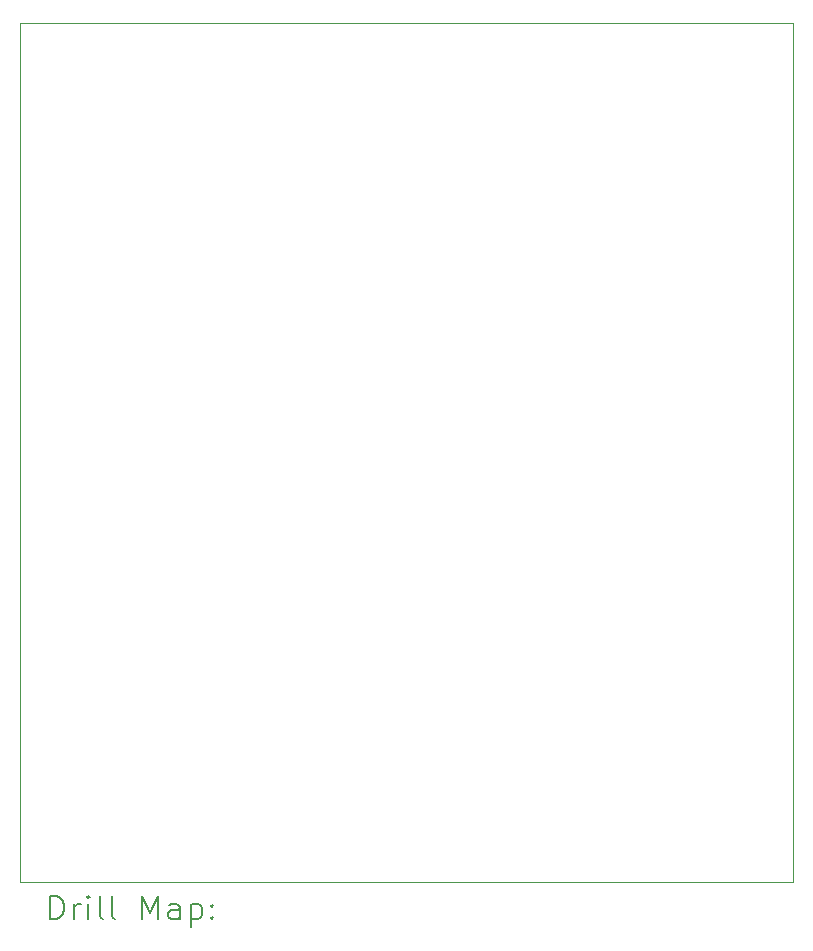
<source format=gbr>
%TF.GenerationSoftware,KiCad,Pcbnew,8.0.1*%
%TF.CreationDate,2024-04-30T12:08:59+02:00*%
%TF.ProjectId,Taiko IoBoard,5461696b-6f20-4496-9f42-6f6172642e6b,1*%
%TF.SameCoordinates,Original*%
%TF.FileFunction,Drillmap*%
%TF.FilePolarity,Positive*%
%FSLAX45Y45*%
G04 Gerber Fmt 4.5, Leading zero omitted, Abs format (unit mm)*
G04 Created by KiCad (PCBNEW 8.0.1) date 2024-04-30 12:08:59*
%MOMM*%
%LPD*%
G01*
G04 APERTURE LIST*
%ADD10C,0.050000*%
%ADD11C,0.200000*%
G04 APERTURE END LIST*
D10*
X6835000Y-2504951D02*
X13385000Y-2504951D01*
X13385000Y-9780798D01*
X6835000Y-9780798D01*
X6835000Y-2504951D01*
D11*
X7093277Y-10094782D02*
X7093277Y-9894782D01*
X7093277Y-9894782D02*
X7140896Y-9894782D01*
X7140896Y-9894782D02*
X7169467Y-9904306D01*
X7169467Y-9904306D02*
X7188515Y-9923354D01*
X7188515Y-9923354D02*
X7198039Y-9942401D01*
X7198039Y-9942401D02*
X7207562Y-9980496D01*
X7207562Y-9980496D02*
X7207562Y-10009068D01*
X7207562Y-10009068D02*
X7198039Y-10047163D01*
X7198039Y-10047163D02*
X7188515Y-10066211D01*
X7188515Y-10066211D02*
X7169467Y-10085258D01*
X7169467Y-10085258D02*
X7140896Y-10094782D01*
X7140896Y-10094782D02*
X7093277Y-10094782D01*
X7293277Y-10094782D02*
X7293277Y-9961449D01*
X7293277Y-9999544D02*
X7302800Y-9980496D01*
X7302800Y-9980496D02*
X7312324Y-9970973D01*
X7312324Y-9970973D02*
X7331372Y-9961449D01*
X7331372Y-9961449D02*
X7350420Y-9961449D01*
X7417086Y-10094782D02*
X7417086Y-9961449D01*
X7417086Y-9894782D02*
X7407562Y-9904306D01*
X7407562Y-9904306D02*
X7417086Y-9913830D01*
X7417086Y-9913830D02*
X7426610Y-9904306D01*
X7426610Y-9904306D02*
X7417086Y-9894782D01*
X7417086Y-9894782D02*
X7417086Y-9913830D01*
X7540896Y-10094782D02*
X7521848Y-10085258D01*
X7521848Y-10085258D02*
X7512324Y-10066211D01*
X7512324Y-10066211D02*
X7512324Y-9894782D01*
X7645658Y-10094782D02*
X7626610Y-10085258D01*
X7626610Y-10085258D02*
X7617086Y-10066211D01*
X7617086Y-10066211D02*
X7617086Y-9894782D01*
X7874229Y-10094782D02*
X7874229Y-9894782D01*
X7874229Y-9894782D02*
X7940896Y-10037639D01*
X7940896Y-10037639D02*
X8007562Y-9894782D01*
X8007562Y-9894782D02*
X8007562Y-10094782D01*
X8188515Y-10094782D02*
X8188515Y-9990020D01*
X8188515Y-9990020D02*
X8178991Y-9970973D01*
X8178991Y-9970973D02*
X8159943Y-9961449D01*
X8159943Y-9961449D02*
X8121848Y-9961449D01*
X8121848Y-9961449D02*
X8102800Y-9970973D01*
X8188515Y-10085258D02*
X8169467Y-10094782D01*
X8169467Y-10094782D02*
X8121848Y-10094782D01*
X8121848Y-10094782D02*
X8102800Y-10085258D01*
X8102800Y-10085258D02*
X8093277Y-10066211D01*
X8093277Y-10066211D02*
X8093277Y-10047163D01*
X8093277Y-10047163D02*
X8102800Y-10028115D01*
X8102800Y-10028115D02*
X8121848Y-10018592D01*
X8121848Y-10018592D02*
X8169467Y-10018592D01*
X8169467Y-10018592D02*
X8188515Y-10009068D01*
X8283753Y-9961449D02*
X8283753Y-10161449D01*
X8283753Y-9970973D02*
X8302800Y-9961449D01*
X8302800Y-9961449D02*
X8340896Y-9961449D01*
X8340896Y-9961449D02*
X8359943Y-9970973D01*
X8359943Y-9970973D02*
X8369467Y-9980496D01*
X8369467Y-9980496D02*
X8378991Y-9999544D01*
X8378991Y-9999544D02*
X8378991Y-10056687D01*
X8378991Y-10056687D02*
X8369467Y-10075734D01*
X8369467Y-10075734D02*
X8359943Y-10085258D01*
X8359943Y-10085258D02*
X8340896Y-10094782D01*
X8340896Y-10094782D02*
X8302800Y-10094782D01*
X8302800Y-10094782D02*
X8283753Y-10085258D01*
X8464705Y-10075734D02*
X8474229Y-10085258D01*
X8474229Y-10085258D02*
X8464705Y-10094782D01*
X8464705Y-10094782D02*
X8455182Y-10085258D01*
X8455182Y-10085258D02*
X8464705Y-10075734D01*
X8464705Y-10075734D02*
X8464705Y-10094782D01*
X8464705Y-9970973D02*
X8474229Y-9980496D01*
X8474229Y-9980496D02*
X8464705Y-9990020D01*
X8464705Y-9990020D02*
X8455182Y-9980496D01*
X8455182Y-9980496D02*
X8464705Y-9970973D01*
X8464705Y-9970973D02*
X8464705Y-9990020D01*
M02*

</source>
